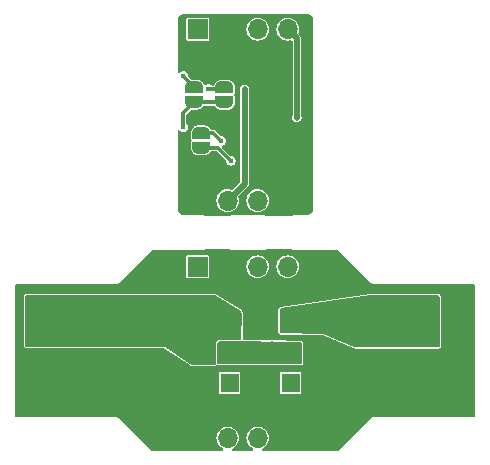
<source format=gbr>
%TF.GenerationSoftware,KiCad,Pcbnew,8.99.0-2194-gb3b7cbcab2*%
%TF.CreationDate,2024-10-21T01:16:46-04:00*%
%TF.ProjectId,shield,73686965-6c64-42e6-9b69-6361645f7063,V1.0*%
%TF.SameCoordinates,Original*%
%TF.FileFunction,Copper,L2,Bot*%
%TF.FilePolarity,Positive*%
%FSLAX46Y46*%
G04 Gerber Fmt 4.6, Leading zero omitted, Abs format (unit mm)*
G04 Created by KiCad (PCBNEW 8.99.0-2194-gb3b7cbcab2) date 2024-10-21 01:16:46*
%MOMM*%
%LPD*%
G01*
G04 APERTURE LIST*
G04 Aperture macros list*
%AMFreePoly0*
4,1,19,0.500000,-0.750000,0.000000,-0.750000,0.000000,-0.744911,-0.071157,-0.744911,-0.207708,-0.704816,-0.327430,-0.627875,-0.420627,-0.520320,-0.479746,-0.390866,-0.500000,-0.250000,-0.500000,0.250000,-0.479746,0.390866,-0.420627,0.520320,-0.327430,0.627875,-0.207708,0.704816,-0.071157,0.744911,0.000000,0.744911,0.000000,0.750000,0.500000,0.750000,0.500000,-0.750000,0.500000,-0.750000,
$1*%
%AMFreePoly1*
4,1,19,0.000000,0.744911,0.071157,0.744911,0.207708,0.704816,0.327430,0.627875,0.420627,0.520320,0.479746,0.390866,0.500000,0.250000,0.500000,-0.250000,0.479746,-0.390866,0.420627,-0.520320,0.327430,-0.627875,0.207708,-0.704816,0.071157,-0.744911,0.000000,-0.744911,0.000000,-0.750000,-0.500000,-0.750000,-0.500000,0.750000,0.000000,0.750000,0.000000,0.744911,0.000000,0.744911,
$1*%
G04 Aperture macros list end*
%TA.AperFunction,ComponentPad*%
%ADD10R,1.625600X1.625600*%
%TD*%
%TA.AperFunction,ComponentPad*%
%ADD11C,1.625600*%
%TD*%
%TA.AperFunction,ComponentPad*%
%ADD12R,1.700000X1.700000*%
%TD*%
%TA.AperFunction,ComponentPad*%
%ADD13O,1.700000X1.700000*%
%TD*%
%TA.AperFunction,SMDPad,CuDef*%
%ADD14FreePoly0,270.000000*%
%TD*%
%TA.AperFunction,SMDPad,CuDef*%
%ADD15FreePoly1,270.000000*%
%TD*%
%TA.AperFunction,ComponentPad*%
%ADD16R,2.600000X2.600000*%
%TD*%
%TA.AperFunction,ComponentPad*%
%ADD17C,2.600000*%
%TD*%
%TA.AperFunction,ViaPad*%
%ADD18C,0.800000*%
%TD*%
%TA.AperFunction,ViaPad*%
%ADD19C,0.450000*%
%TD*%
%TA.AperFunction,Conductor*%
%ADD20C,0.300000*%
%TD*%
%TA.AperFunction,Conductor*%
%ADD21C,0.500000*%
%TD*%
G04 APERTURE END LIST*
D10*
%TO.P,Q1,1,G*%
%TO.N,/DGATE*%
X147778085Y-118510283D03*
D11*
%TO.P,Q1,2,D*%
%TO.N,/C*%
X147778085Y-115970283D03*
%TO.P,Q1,3,S*%
%TO.N,VCC*%
X147778085Y-113430283D03*
%TD*%
D12*
%TO.P,J6,1,Pin_1*%
%TO.N,GND*%
X145078085Y-123160283D03*
D13*
%TO.P,J6,2,Pin_2*%
%TO.N,/DGATE*%
X147618085Y-123160283D03*
%TO.P,J6,3,Pin_3*%
%TO.N,/HGATE*%
X150158085Y-123160283D03*
%TO.P,J6,4,Pin_4*%
%TO.N,GND*%
X152698085Y-123160283D03*
%TD*%
D10*
%TO.P,Q2,1,G*%
%TO.N,/HGATE*%
X152938085Y-118500283D03*
D11*
%TO.P,Q2,2,D*%
%TO.N,/C*%
X152938085Y-115960283D03*
%TO.P,Q2,3,S*%
%TO.N,VCC_PROTECTED*%
X152938085Y-113420283D03*
%TD*%
D12*
%TO.P,J4,1,Pin_1*%
%TO.N,GND*%
X145078085Y-103060283D03*
D13*
%TO.P,J4,2,Pin_2*%
%TO.N,/DGATE*%
X147618085Y-103060283D03*
%TO.P,J4,3,Pin_3*%
%TO.N,/HGATE*%
X150158085Y-103060283D03*
%TO.P,J4,4,Pin_4*%
%TO.N,GND*%
X152698085Y-103060283D03*
%TD*%
D12*
%TO.P,J5,1,Pin_1*%
%TO.N,VCC*%
X145078085Y-108660283D03*
D13*
%TO.P,J5,2,Pin_2*%
%TO.N,GND*%
X147618085Y-108660283D03*
%TO.P,J5,3,Pin_3*%
%TO.N,/C*%
X150158085Y-108660283D03*
%TO.P,J5,4,Pin_4*%
%TO.N,VCC_PROTECTED*%
X152698085Y-108660283D03*
%TD*%
D12*
%TO.P,J3,1,Pin_1*%
%TO.N,VCC*%
X145078085Y-88560283D03*
D13*
%TO.P,J3,2,Pin_2*%
%TO.N,GND*%
X147618085Y-88560283D03*
%TO.P,J3,3,Pin_3*%
%TO.N,/C*%
X150158085Y-88560283D03*
%TO.P,J3,4,Pin_4*%
%TO.N,VCC_PROTECTED*%
X152698085Y-88560283D03*
%TD*%
D14*
%TO.P,JP1,1,A*%
%TO.N,Net-(JP1-A)*%
X147348085Y-93450283D03*
D15*
%TO.P,JP1,2,B*%
%TO.N,/OV*%
X147348085Y-94750283D03*
%TD*%
D16*
%TO.P,J2,1,Pin_1*%
%TO.N,GND*%
X163778085Y-118260283D03*
D17*
%TO.P,J2,2,Pin_2*%
%TO.N,VCC_PROTECTED*%
X163778085Y-113180283D03*
%TD*%
D14*
%TO.P,JP2,1,A*%
%TO.N,Net-(JP2-A)*%
X144758085Y-93440283D03*
D15*
%TO.P,JP2,2,B*%
%TO.N,/OV*%
X144758085Y-94740283D03*
%TD*%
D14*
%TO.P,JP3,1,A*%
%TO.N,Net-(JP3-A)*%
X145376085Y-97315283D03*
D15*
%TO.P,JP3,2,B*%
%TO.N,/EN{slash}UVLO*%
X145376085Y-98615283D03*
%TD*%
D16*
%TO.P,J1,1,Pin_1*%
%TO.N,VCC*%
X131988085Y-113230283D03*
D17*
%TO.P,J1,2,Pin_2*%
%TO.N,GND*%
X131988085Y-118310283D03*
%TD*%
D18*
%TO.N,GND*%
X157998085Y-116240283D03*
D19*
X156948085Y-109350283D03*
D18*
X168118085Y-112130283D03*
X141888085Y-119220283D03*
X141878085Y-117230283D03*
X134738085Y-117260283D03*
X140088085Y-117250283D03*
X143638085Y-119230283D03*
X166408085Y-119250283D03*
X154658085Y-116720283D03*
X166388085Y-117350283D03*
X156458085Y-115910283D03*
X143658085Y-117230283D03*
D19*
X152538085Y-92630283D03*
D18*
X156588085Y-119310283D03*
X136528085Y-117240283D03*
D19*
X146328085Y-99830283D03*
D18*
X143638085Y-121010283D03*
X130168085Y-116250283D03*
X168088085Y-119280283D03*
X161458085Y-120110283D03*
D19*
X145598085Y-100330283D03*
D18*
X130108085Y-120110283D03*
X168088085Y-117350283D03*
X134738085Y-118410283D03*
X158038085Y-117740283D03*
X159748085Y-118380283D03*
X159858085Y-120110283D03*
X151238085Y-114300283D03*
X151218085Y-112260283D03*
X162958085Y-116310283D03*
X138308085Y-117240283D03*
D19*
X153878085Y-99650283D03*
D18*
X159438085Y-116620283D03*
X158308085Y-119640283D03*
X166358085Y-114150283D03*
X134718085Y-120140283D03*
X143658085Y-122800283D03*
X148584085Y-110970283D03*
X155608085Y-117950283D03*
X140078085Y-120970283D03*
X154558085Y-115020283D03*
D19*
X147218085Y-92070283D03*
D18*
X141868085Y-120950283D03*
X151278085Y-110400283D03*
D19*
X152118085Y-97280283D03*
D18*
X140098085Y-119240283D03*
X168138085Y-114180283D03*
X166408085Y-112130283D03*
X161428085Y-118440283D03*
%TO.N,VCC*%
X134738085Y-113280283D03*
X136508085Y-114990283D03*
X140278085Y-115020283D03*
X143848085Y-115000283D03*
X134728085Y-111470283D03*
X145478085Y-114060283D03*
X142078085Y-111470283D03*
X134718085Y-115010283D03*
X142088085Y-113280283D03*
X140308085Y-113280283D03*
X145498085Y-115850283D03*
X140298085Y-111470283D03*
X142068085Y-115000283D03*
X145478085Y-112280283D03*
X143828085Y-113190283D03*
X138288085Y-114990283D03*
D19*
%TO.N,Net-(JP1-A)*%
X145958085Y-93590283D03*
D18*
%TO.N,/C*%
X149308085Y-116510283D03*
X149308085Y-115410283D03*
X151398085Y-116500283D03*
X150348085Y-115410283D03*
X151388085Y-115410283D03*
X150378085Y-116510283D03*
D19*
%TO.N,Net-(JP2-A)*%
X143868085Y-92490283D03*
%TO.N,VCC_PROTECTED*%
X153468085Y-96030283D03*
D18*
X158198085Y-114900283D03*
X160238085Y-111450283D03*
X155948085Y-113640283D03*
X158848085Y-113400283D03*
X154478085Y-113660283D03*
X161828085Y-111460283D03*
X161828085Y-112980283D03*
X158588085Y-111640283D03*
X157408085Y-113660283D03*
X154288085Y-112320283D03*
X159528085Y-115020283D03*
X160238085Y-113010283D03*
D19*
%TO.N,/OV*%
X143866085Y-96845283D03*
%TO.N,Net-(JP3-A)*%
X147056085Y-98005283D03*
%TO.N,/EN{slash}UVLO*%
X147876085Y-99685283D03*
%TO.N,/DGATE*%
X149046085Y-93625283D03*
%TD*%
D20*
%TO.N,Net-(JP1-A)*%
X145958085Y-93590283D02*
X147208085Y-93590283D01*
X147208085Y-93590283D02*
X147348085Y-93450283D01*
%TO.N,Net-(JP2-A)*%
X143868085Y-92550283D02*
X144758085Y-93440283D01*
X143868085Y-92490283D02*
X143868085Y-92550283D01*
D21*
%TO.N,VCC_PROTECTED*%
X152698085Y-88560283D02*
X153468085Y-89330283D01*
X153468085Y-89330283D02*
X153468085Y-96030283D01*
D20*
%TO.N,/OV*%
X143866085Y-96845283D02*
X143866085Y-95632283D01*
X143866085Y-95632283D02*
X144758085Y-94740283D01*
X144768085Y-94750283D02*
X144758085Y-94740283D01*
X147348085Y-94750283D02*
X144768085Y-94750283D01*
%TO.N,Net-(JP3-A)*%
X147056085Y-98005283D02*
X146366085Y-97315283D01*
X146366085Y-97315283D02*
X145376085Y-97315283D01*
%TO.N,/EN{slash}UVLO*%
X146806085Y-98615283D02*
X147876085Y-99685283D01*
X145376085Y-98615283D02*
X146806085Y-98615283D01*
D21*
%TO.N,/DGATE*%
X147618085Y-103060283D02*
X149046085Y-101632283D01*
X149046085Y-101632283D02*
X149046085Y-93625283D01*
%TD*%
%TA.AperFunction,Conductor*%
%TO.N,GND*%
G36*
X147682218Y-107147231D02*
G01*
X147719643Y-107153297D01*
X147936717Y-107223832D01*
X148169988Y-107260782D01*
X148212193Y-107260782D01*
X148222190Y-107260782D01*
X148222193Y-107260783D01*
X148288077Y-107260783D01*
X148353970Y-107260784D01*
X148353974Y-107260783D01*
X150376680Y-107260783D01*
X150376792Y-107260816D01*
X150428077Y-107260816D01*
X150428077Y-107260817D01*
X150546172Y-107260819D01*
X150779453Y-107223874D01*
X150924455Y-107176761D01*
X150963650Y-107170696D01*
X152978779Y-107185105D01*
X153016203Y-107191171D01*
X153116717Y-107223832D01*
X153116716Y-107223832D01*
X153233352Y-107242307D01*
X153349988Y-107260782D01*
X153392193Y-107260782D01*
X153402190Y-107260782D01*
X153402193Y-107260783D01*
X153468077Y-107260783D01*
X153533970Y-107260784D01*
X153533974Y-107260783D01*
X156412193Y-107260783D01*
X156919409Y-107260783D01*
X156986448Y-107280468D01*
X157007090Y-107297102D01*
X159673244Y-109963255D01*
X159673254Y-109963266D01*
X159677584Y-109967596D01*
X159677585Y-109967597D01*
X159770771Y-110060783D01*
X159884899Y-110126675D01*
X160012192Y-110160783D01*
X160012193Y-110160783D01*
X168453585Y-110160783D01*
X168520624Y-110180468D01*
X168566379Y-110233272D01*
X168577585Y-110284783D01*
X168577585Y-121235783D01*
X168557900Y-121302822D01*
X168505096Y-121348577D01*
X168453585Y-121359783D01*
X160012192Y-121359783D01*
X159884897Y-121393891D01*
X159770771Y-121459783D01*
X159770768Y-121459785D01*
X157007090Y-124223464D01*
X156945767Y-124256949D01*
X156919409Y-124259783D01*
X150633662Y-124259783D01*
X150566623Y-124240098D01*
X150520868Y-124187294D01*
X150510924Y-124118136D01*
X150539949Y-124054580D01*
X150575206Y-124026426D01*
X150694292Y-123962773D01*
X150840547Y-123842745D01*
X150960575Y-123696490D01*
X151049765Y-123529629D01*
X151104687Y-123348574D01*
X151123232Y-123160283D01*
X151104687Y-122971992D01*
X151049765Y-122790937D01*
X150960575Y-122624076D01*
X150960572Y-122624072D01*
X150840547Y-122477820D01*
X150694295Y-122357795D01*
X150694293Y-122357794D01*
X150694292Y-122357793D01*
X150527431Y-122268603D01*
X150436903Y-122241142D01*
X150346374Y-122213680D01*
X150158085Y-122195136D01*
X149969795Y-122213680D01*
X149788736Y-122268604D01*
X149621874Y-122357795D01*
X149475622Y-122477820D01*
X149355597Y-122624072D01*
X149266406Y-122790934D01*
X149211482Y-122971993D01*
X149192938Y-123160283D01*
X149211482Y-123348572D01*
X149266406Y-123529631D01*
X149355597Y-123696493D01*
X149475622Y-123842745D01*
X149621874Y-123962770D01*
X149621878Y-123962773D01*
X149740962Y-124026425D01*
X149790806Y-124075388D01*
X149806266Y-124143526D01*
X149782434Y-124209205D01*
X149726876Y-124251574D01*
X149682508Y-124259783D01*
X148093662Y-124259783D01*
X148026623Y-124240098D01*
X147980868Y-124187294D01*
X147970924Y-124118136D01*
X147999949Y-124054580D01*
X148035206Y-124026426D01*
X148154292Y-123962773D01*
X148300547Y-123842745D01*
X148420575Y-123696490D01*
X148509765Y-123529629D01*
X148564687Y-123348574D01*
X148583232Y-123160283D01*
X148564687Y-122971992D01*
X148509765Y-122790937D01*
X148420575Y-122624076D01*
X148420572Y-122624072D01*
X148300547Y-122477820D01*
X148154295Y-122357795D01*
X148154293Y-122357794D01*
X148154292Y-122357793D01*
X147987431Y-122268603D01*
X147896903Y-122241142D01*
X147806374Y-122213680D01*
X147618085Y-122195136D01*
X147429795Y-122213680D01*
X147248736Y-122268604D01*
X147081874Y-122357795D01*
X146935622Y-122477820D01*
X146815597Y-122624072D01*
X146726406Y-122790934D01*
X146671482Y-122971993D01*
X146652938Y-123160283D01*
X146671482Y-123348572D01*
X146726406Y-123529631D01*
X146815597Y-123696493D01*
X146935622Y-123842745D01*
X147081874Y-123962770D01*
X147081878Y-123962773D01*
X147200962Y-124026425D01*
X147250806Y-124075388D01*
X147266266Y-124143526D01*
X147242434Y-124209205D01*
X147186876Y-124251574D01*
X147142508Y-124259783D01*
X141236760Y-124259783D01*
X141169721Y-124240098D01*
X141149079Y-124223464D01*
X138385401Y-121459785D01*
X138385400Y-121459784D01*
X138385399Y-121459783D01*
X138328335Y-121426837D01*
X138271272Y-121393891D01*
X138207624Y-121376837D01*
X138143977Y-121359783D01*
X138143976Y-121359783D01*
X129702585Y-121359783D01*
X129635546Y-121340098D01*
X129589791Y-121287294D01*
X129578585Y-121235783D01*
X129578585Y-117686594D01*
X146854785Y-117686594D01*
X146854785Y-119333971D01*
X146861194Y-119366195D01*
X146861196Y-119366198D01*
X146885618Y-119402749D01*
X146907203Y-119417171D01*
X146916797Y-119423582D01*
X146922169Y-119427171D01*
X146922172Y-119427173D01*
X146954396Y-119433582D01*
X146954400Y-119433583D01*
X146954401Y-119433583D01*
X148601770Y-119433583D01*
X148601771Y-119433582D01*
X148612610Y-119431426D01*
X148633997Y-119427173D01*
X148633997Y-119427172D01*
X148634000Y-119427172D01*
X148670551Y-119402749D01*
X148694974Y-119366198D01*
X148701385Y-119333967D01*
X148701385Y-117686599D01*
X148701384Y-117686594D01*
X148701384Y-117686591D01*
X148699396Y-117676594D01*
X152014785Y-117676594D01*
X152014785Y-119323971D01*
X152021194Y-119356195D01*
X152021196Y-119356198D01*
X152045618Y-119392749D01*
X152082169Y-119417171D01*
X152082172Y-119417173D01*
X152114396Y-119423582D01*
X152114400Y-119423583D01*
X152114401Y-119423583D01*
X153761770Y-119423583D01*
X153761771Y-119423582D01*
X153772610Y-119421426D01*
X153793997Y-119417173D01*
X153793997Y-119417172D01*
X153794000Y-119417172D01*
X153830551Y-119392749D01*
X153854974Y-119356198D01*
X153861385Y-119323967D01*
X153861385Y-117676599D01*
X153861326Y-117676304D01*
X153854975Y-117644370D01*
X153854973Y-117644367D01*
X153830551Y-117607816D01*
X153794000Y-117583394D01*
X153793997Y-117583392D01*
X153761773Y-117576983D01*
X153761769Y-117576983D01*
X152114401Y-117576983D01*
X152114396Y-117576983D01*
X152082172Y-117583392D01*
X152082169Y-117583394D01*
X152045618Y-117607816D01*
X152021196Y-117644367D01*
X152021194Y-117644370D01*
X152014785Y-117676594D01*
X148699396Y-117676594D01*
X148694975Y-117654370D01*
X148694973Y-117654367D01*
X148670551Y-117617816D01*
X148634000Y-117593394D01*
X148633997Y-117593392D01*
X148601773Y-117586983D01*
X148601769Y-117586983D01*
X146954401Y-117586983D01*
X146954396Y-117586983D01*
X146922172Y-117593392D01*
X146922169Y-117593394D01*
X146885618Y-117617816D01*
X146861196Y-117654367D01*
X146861194Y-117654370D01*
X146854785Y-117686594D01*
X129578585Y-117686594D01*
X129578585Y-111184286D01*
X130362585Y-111184286D01*
X130362585Y-115336291D01*
X130365224Y-115360830D01*
X130365225Y-115360838D01*
X130376431Y-115412346D01*
X130402002Y-115463431D01*
X130424879Y-115489832D01*
X130447757Y-115516234D01*
X130447759Y-115516235D01*
X130447760Y-115516236D01*
X130502500Y-115551416D01*
X130502500Y-115551417D01*
X130502503Y-115551418D01*
X130502505Y-115551419D01*
X130569544Y-115571104D01*
X130602085Y-115575783D01*
X142206479Y-115575783D01*
X142273518Y-115595468D01*
X142274542Y-115596132D01*
X144146914Y-116825630D01*
X144146913Y-116825630D01*
X144513161Y-117066127D01*
X144514089Y-117066729D01*
X144514103Y-117066738D01*
X144516135Y-117068044D01*
X144547113Y-117082012D01*
X144614339Y-117101049D01*
X144646922Y-117105414D01*
X146466843Y-117087872D01*
X146502972Y-117087524D01*
X146503295Y-117087516D01*
X146506224Y-117087446D01*
X146513201Y-117087182D01*
X146548606Y-117080201D01*
X146548610Y-117080199D01*
X146548612Y-117080199D01*
X146572328Y-117071499D01*
X146614202Y-117056142D01*
X146614203Y-117056142D01*
X146666514Y-117017426D01*
X146667207Y-117016509D01*
X146675041Y-117011329D01*
X146705432Y-117001970D01*
X146735272Y-116991026D01*
X146739469Y-116991489D01*
X146741817Y-116990767D01*
X146747628Y-116992390D01*
X146778424Y-116995792D01*
X146820756Y-117008241D01*
X146853294Y-117012933D01*
X149211194Y-117013885D01*
X149234686Y-117020783D01*
X149381484Y-117020783D01*
X149404709Y-117013963D01*
X150264868Y-117014309D01*
X150299752Y-117019334D01*
X150304686Y-117020783D01*
X150304688Y-117020783D01*
X150451483Y-117020783D01*
X150451484Y-117020783D01*
X150456105Y-117019425D01*
X150491094Y-117014401D01*
X153783988Y-117015732D01*
X153808565Y-117013097D01*
X153860126Y-117001891D01*
X153911232Y-116976315D01*
X153964036Y-116930560D01*
X153999218Y-116875816D01*
X153999219Y-116875816D01*
X153999219Y-116875814D01*
X153999221Y-116875812D01*
X154018906Y-116808773D01*
X154023585Y-116776232D01*
X154023585Y-115153592D01*
X154021013Y-115129355D01*
X154010093Y-115078474D01*
X153984875Y-115027563D01*
X153939416Y-114974505D01*
X153939413Y-114974502D01*
X153884867Y-114939016D01*
X153884864Y-114939014D01*
X153817939Y-114918956D01*
X153801680Y-114916526D01*
X153785423Y-114914096D01*
X153739270Y-114913838D01*
X151479623Y-114901213D01*
X151479623Y-114901212D01*
X151466096Y-114901136D01*
X151461484Y-114899783D01*
X151314686Y-114899783D01*
X151312981Y-114900282D01*
X151302064Y-114900222D01*
X151302063Y-114900221D01*
X151302063Y-114900222D01*
X149016426Y-114887452D01*
X148949498Y-114867393D01*
X148904039Y-114814334D01*
X148893124Y-114762347D01*
X148898341Y-114178066D01*
X148898355Y-114176494D01*
X151903172Y-114176494D01*
X151904397Y-114188600D01*
X151905623Y-114200712D01*
X151916276Y-114251584D01*
X151941220Y-114302597D01*
X151986400Y-114355894D01*
X152040765Y-114391670D01*
X152107587Y-114412080D01*
X152140074Y-114417111D01*
X155659696Y-114455263D01*
X155706581Y-114465020D01*
X158228251Y-115529726D01*
X158228250Y-115529726D01*
X158275446Y-115549652D01*
X158340031Y-115576922D01*
X158362038Y-115583721D01*
X158362046Y-115583722D01*
X158362055Y-115583725D01*
X158408572Y-115593142D01*
X158410271Y-115593486D01*
X158433190Y-115595783D01*
X158433195Y-115595783D01*
X165434078Y-115595783D01*
X165434085Y-115595783D01*
X165458637Y-115593143D01*
X165510148Y-115581937D01*
X165561232Y-115556366D01*
X165614036Y-115510611D01*
X165649218Y-115455867D01*
X165649219Y-115455867D01*
X165649219Y-115455865D01*
X165649221Y-115455863D01*
X165668906Y-115388824D01*
X165673585Y-115356283D01*
X165673585Y-111203861D01*
X165670987Y-111179502D01*
X165659956Y-111128374D01*
X165634600Y-111077394D01*
X165589025Y-111024435D01*
X165561710Y-111006749D01*
X165534395Y-110989063D01*
X165534392Y-110989062D01*
X165467435Y-110969154D01*
X165467420Y-110969150D01*
X165434903Y-110964363D01*
X165434899Y-110964362D01*
X161927920Y-110952433D01*
X161927920Y-110952432D01*
X161910302Y-110952372D01*
X161901484Y-110949783D01*
X161754686Y-110949783D01*
X161747743Y-110951820D01*
X161731596Y-110951766D01*
X161731595Y-110951765D01*
X161731595Y-110951766D01*
X160353745Y-110947079D01*
X160319237Y-110942059D01*
X160311484Y-110939783D01*
X160164686Y-110939783D01*
X160164684Y-110939783D01*
X160164680Y-110939784D01*
X160159588Y-110941279D01*
X160124243Y-110946298D01*
X159687879Y-110944814D01*
X159681823Y-110945022D01*
X159679139Y-110945115D01*
X159660468Y-110946466D01*
X159660459Y-110946466D01*
X159660445Y-110946468D01*
X159651797Y-110947423D01*
X152116269Y-112070364D01*
X152100746Y-112073785D01*
X152100734Y-112073788D01*
X152100727Y-112073790D01*
X152078989Y-112080178D01*
X152068036Y-112083397D01*
X152025383Y-112106563D01*
X151972363Y-112152064D01*
X151972362Y-112152065D01*
X151936917Y-112206643D01*
X151936916Y-112206645D01*
X151916912Y-112273589D01*
X151912080Y-112306099D01*
X151912078Y-112306114D01*
X151903172Y-114176494D01*
X148898355Y-114176494D01*
X148912950Y-112541783D01*
X148912563Y-112538172D01*
X148910113Y-112515289D01*
X148897584Y-112459857D01*
X148870291Y-112407519D01*
X148823226Y-112355879D01*
X148797847Y-112334980D01*
X146567745Y-110979616D01*
X146567741Y-110979614D01*
X146567739Y-110979613D01*
X146538907Y-110967097D01*
X146538909Y-110967097D01*
X146484160Y-110951766D01*
X146474504Y-110949062D01*
X146474503Y-110949061D01*
X146474500Y-110949061D01*
X146474495Y-110949060D01*
X146443363Y-110944783D01*
X146443359Y-110944783D01*
X130602085Y-110944783D01*
X130602076Y-110944783D01*
X130577537Y-110947422D01*
X130577529Y-110947423D01*
X130526021Y-110958629D01*
X130474936Y-110984200D01*
X130422134Y-111029955D01*
X130422131Y-111029958D01*
X130386951Y-111084698D01*
X130386950Y-111084698D01*
X130367265Y-111151736D01*
X130367264Y-111151741D01*
X130367264Y-111151742D01*
X130363273Y-111179502D01*
X130362585Y-111184286D01*
X129578585Y-111184286D01*
X129578585Y-110284783D01*
X129598270Y-110217744D01*
X129651074Y-110171989D01*
X129702585Y-110160783D01*
X138143975Y-110160783D01*
X138143977Y-110160783D01*
X138271271Y-110126675D01*
X138385399Y-110060783D01*
X140646786Y-107799394D01*
X144117585Y-107799394D01*
X144117585Y-109521171D01*
X144123994Y-109553395D01*
X144123996Y-109553398D01*
X144148418Y-109589949D01*
X144184969Y-109614371D01*
X144184972Y-109614373D01*
X144217196Y-109620782D01*
X144217200Y-109620783D01*
X144217201Y-109620783D01*
X145938970Y-109620783D01*
X145938971Y-109620782D01*
X145949810Y-109618626D01*
X145971197Y-109614373D01*
X145971197Y-109614372D01*
X145971200Y-109614372D01*
X146007751Y-109589949D01*
X146032174Y-109553398D01*
X146032460Y-109551963D01*
X146038584Y-109521171D01*
X146038585Y-109521168D01*
X146038585Y-108660283D01*
X149192938Y-108660283D01*
X149211482Y-108848572D01*
X149211483Y-108848574D01*
X149266405Y-109029629D01*
X149335974Y-109159783D01*
X149355597Y-109196493D01*
X149475622Y-109342745D01*
X149621874Y-109462770D01*
X149621878Y-109462773D01*
X149788739Y-109551963D01*
X149969794Y-109606885D01*
X150158085Y-109625430D01*
X150346376Y-109606885D01*
X150527431Y-109551963D01*
X150694292Y-109462773D01*
X150840547Y-109342745D01*
X150960575Y-109196490D01*
X151049765Y-109029629D01*
X151104687Y-108848574D01*
X151123232Y-108660283D01*
X151732938Y-108660283D01*
X151751482Y-108848572D01*
X151751483Y-108848574D01*
X151806405Y-109029629D01*
X151875974Y-109159783D01*
X151895597Y-109196493D01*
X152015622Y-109342745D01*
X152161874Y-109462770D01*
X152161878Y-109462773D01*
X152328739Y-109551963D01*
X152509794Y-109606885D01*
X152698085Y-109625430D01*
X152886376Y-109606885D01*
X153067431Y-109551963D01*
X153234292Y-109462773D01*
X153380547Y-109342745D01*
X153500575Y-109196490D01*
X153589765Y-109029629D01*
X153644687Y-108848574D01*
X153663232Y-108660283D01*
X153644687Y-108471992D01*
X153589765Y-108290937D01*
X153500575Y-108124076D01*
X153500572Y-108124072D01*
X153380547Y-107977820D01*
X153234295Y-107857795D01*
X153234293Y-107857794D01*
X153234292Y-107857793D01*
X153067431Y-107768603D01*
X152942204Y-107730616D01*
X152886374Y-107713680D01*
X152698085Y-107695136D01*
X152509795Y-107713680D01*
X152328736Y-107768604D01*
X152161874Y-107857795D01*
X152015622Y-107977820D01*
X151895597Y-108124072D01*
X151806406Y-108290934D01*
X151751482Y-108471993D01*
X151732938Y-108660283D01*
X151123232Y-108660283D01*
X151104687Y-108471992D01*
X151049765Y-108290937D01*
X150960575Y-108124076D01*
X150960572Y-108124072D01*
X150840547Y-107977820D01*
X150694295Y-107857795D01*
X150694293Y-107857794D01*
X150694292Y-107857793D01*
X150527431Y-107768603D01*
X150402204Y-107730616D01*
X150346374Y-107713680D01*
X150158085Y-107695136D01*
X149969795Y-107713680D01*
X149788736Y-107768604D01*
X149621874Y-107857795D01*
X149475622Y-107977820D01*
X149355597Y-108124072D01*
X149266406Y-108290934D01*
X149211482Y-108471993D01*
X149192938Y-108660283D01*
X146038585Y-108660283D01*
X146038585Y-107799398D01*
X146038584Y-107799394D01*
X146032175Y-107767170D01*
X146032173Y-107767167D01*
X146007751Y-107730616D01*
X145971200Y-107706194D01*
X145971197Y-107706192D01*
X145938973Y-107699783D01*
X145938969Y-107699783D01*
X144217201Y-107699783D01*
X144217196Y-107699783D01*
X144184972Y-107706192D01*
X144184969Y-107706194D01*
X144148418Y-107730616D01*
X144123996Y-107767167D01*
X144123994Y-107767170D01*
X144117585Y-107799394D01*
X140646786Y-107799394D01*
X141149079Y-107297101D01*
X141210402Y-107263617D01*
X141236760Y-107260783D01*
X141312193Y-107260783D01*
X145327338Y-107260783D01*
X145347356Y-107262409D01*
X145362315Y-107264856D01*
X145393163Y-107261771D01*
X145396899Y-107261398D01*
X145396993Y-107261389D01*
X145403101Y-107260783D01*
X145443977Y-107260783D01*
X145467991Y-107254348D01*
X145542039Y-107246988D01*
X145542040Y-107246988D01*
X145596073Y-107233089D01*
X145764243Y-107189834D01*
X145870096Y-107144598D01*
X145919701Y-107134628D01*
X147682218Y-107147231D01*
G37*
%TD.AperFunction*%
%TA.AperFunction,Conductor*%
G36*
X154365046Y-87261630D02*
G01*
X154455352Y-87271804D01*
X154482418Y-87277981D01*
X154561620Y-87305695D01*
X154586636Y-87317742D01*
X154657680Y-87362384D01*
X154679381Y-87379690D01*
X154738716Y-87439026D01*
X154756026Y-87460733D01*
X154800663Y-87531776D01*
X154812711Y-87556796D01*
X154840420Y-87635993D01*
X154846598Y-87663064D01*
X154856805Y-87753686D01*
X154857584Y-87767563D01*
X154857584Y-87778649D01*
X154857582Y-87826216D01*
X154857584Y-87826226D01*
X154857585Y-87834498D01*
X154857585Y-103808850D01*
X154856806Y-103822728D01*
X154853675Y-103850527D01*
X154847497Y-103877598D01*
X154819792Y-103956786D01*
X154807745Y-103981806D01*
X154763112Y-104052844D01*
X154745799Y-104074554D01*
X154686475Y-104133881D01*
X154664765Y-104151195D01*
X154593724Y-104195834D01*
X154568706Y-104207882D01*
X154489520Y-104235591D01*
X154462449Y-104241770D01*
X154400358Y-104248766D01*
X154372017Y-104251959D01*
X154358136Y-104252739D01*
X154296179Y-104252739D01*
X154287618Y-104253332D01*
X153462324Y-104259813D01*
X153461351Y-104259817D01*
X153349988Y-104259817D01*
X153116721Y-104296766D01*
X153032250Y-104324214D01*
X152993931Y-104330283D01*
X150902373Y-104330283D01*
X150864056Y-104324214D01*
X150779454Y-104296726D01*
X150546172Y-104259781D01*
X150428077Y-104259783D01*
X150302738Y-104259783D01*
X150235699Y-104240098D01*
X150189944Y-104187294D01*
X150180000Y-104118136D01*
X150209025Y-104054580D01*
X150267803Y-104016806D01*
X150290584Y-104012380D01*
X150346376Y-104006885D01*
X150527431Y-103951963D01*
X150694292Y-103862773D01*
X150840547Y-103742745D01*
X150960575Y-103596490D01*
X151049765Y-103429629D01*
X151104687Y-103248574D01*
X151123232Y-103060283D01*
X151104687Y-102871992D01*
X151049765Y-102690937D01*
X150960575Y-102524076D01*
X150960572Y-102524072D01*
X150840547Y-102377820D01*
X150694295Y-102257795D01*
X150694293Y-102257794D01*
X150694292Y-102257793D01*
X150527431Y-102168603D01*
X150436903Y-102141142D01*
X150346374Y-102113680D01*
X150158085Y-102095136D01*
X149969795Y-102113680D01*
X149788736Y-102168604D01*
X149621874Y-102257795D01*
X149475622Y-102377820D01*
X149355597Y-102524072D01*
X149266406Y-102690934D01*
X149211482Y-102871993D01*
X149192938Y-103060283D01*
X149211482Y-103248572D01*
X149266406Y-103429631D01*
X149355597Y-103596493D01*
X149475622Y-103742745D01*
X149619141Y-103860527D01*
X149621878Y-103862773D01*
X149788739Y-103951963D01*
X149969794Y-104006885D01*
X150025586Y-104012380D01*
X150090373Y-104038541D01*
X150130732Y-104095575D01*
X150133849Y-104165375D01*
X150098735Y-104225780D01*
X150036537Y-104257611D01*
X150013432Y-104259783D01*
X148353974Y-104259783D01*
X148353970Y-104259782D01*
X148288077Y-104259783D01*
X148214462Y-104259783D01*
X148213932Y-104259817D01*
X148169988Y-104259817D01*
X147936721Y-104296766D01*
X147852250Y-104324214D01*
X147813931Y-104330283D01*
X145768547Y-104330283D01*
X145731407Y-104324590D01*
X145619586Y-104289486D01*
X145489070Y-104269482D01*
X145392796Y-104254727D01*
X145392794Y-104254727D01*
X145392788Y-104254726D01*
X145281105Y-104254793D01*
X145281100Y-104254793D01*
X145278078Y-104254795D01*
X145212185Y-104254796D01*
X145196566Y-104258980D01*
X145183367Y-104259634D01*
X145181608Y-104259210D01*
X145177239Y-104259786D01*
X143883168Y-104259845D01*
X143869279Y-104259065D01*
X143779137Y-104248909D01*
X143752067Y-104242730D01*
X143672870Y-104215018D01*
X143647852Y-104202969D01*
X143576805Y-104158325D01*
X143555095Y-104141011D01*
X143547965Y-104133881D01*
X143495769Y-104081681D01*
X143478457Y-104059971D01*
X143433819Y-103988924D01*
X143421772Y-103963906D01*
X143394063Y-103884708D01*
X143387885Y-103857636D01*
X143377677Y-103767001D01*
X143376899Y-103753134D01*
X143376903Y-103694481D01*
X143376899Y-103694466D01*
X143376899Y-103060283D01*
X146652938Y-103060283D01*
X146671482Y-103248572D01*
X146726406Y-103429631D01*
X146815597Y-103596493D01*
X146935622Y-103742745D01*
X147079141Y-103860527D01*
X147081878Y-103862773D01*
X147248739Y-103951963D01*
X147429794Y-104006885D01*
X147618085Y-104025430D01*
X147806376Y-104006885D01*
X147987431Y-103951963D01*
X148154292Y-103862773D01*
X148300547Y-103742745D01*
X148420575Y-103596490D01*
X148509765Y-103429629D01*
X148564687Y-103248574D01*
X148583232Y-103060283D01*
X148564687Y-102871992D01*
X148528426Y-102752457D01*
X148527804Y-102682592D01*
X148559405Y-102628785D01*
X149334557Y-101853635D01*
X149382018Y-101771431D01*
X149406585Y-101679744D01*
X149406585Y-101584822D01*
X149406585Y-93829707D01*
X149420100Y-93773413D01*
X149431731Y-93750587D01*
X149451577Y-93625283D01*
X149451577Y-93625279D01*
X149431732Y-93499982D01*
X149431732Y-93499981D01*
X149431731Y-93499979D01*
X149374135Y-93386941D01*
X149374131Y-93386937D01*
X149374130Y-93386935D01*
X149284432Y-93297237D01*
X149284429Y-93297235D01*
X149284427Y-93297233D01*
X149171389Y-93239637D01*
X149171388Y-93239636D01*
X149171385Y-93239635D01*
X149046088Y-93219791D01*
X149046082Y-93219791D01*
X148920784Y-93239635D01*
X148920783Y-93239635D01*
X148845422Y-93278034D01*
X148807743Y-93297233D01*
X148807742Y-93297234D01*
X148807737Y-93297237D01*
X148718039Y-93386935D01*
X148718036Y-93386940D01*
X148660437Y-93499981D01*
X148660437Y-93499982D01*
X148640593Y-93625279D01*
X148640593Y-93625286D01*
X148660437Y-93750583D01*
X148660438Y-93750586D01*
X148660439Y-93750587D01*
X148672069Y-93773413D01*
X148685585Y-93829707D01*
X148685585Y-101431596D01*
X148665900Y-101498635D01*
X148649266Y-101519277D01*
X148049583Y-102118960D01*
X147988260Y-102152445D01*
X147925907Y-102149940D01*
X147806374Y-102113680D01*
X147618085Y-102095136D01*
X147429795Y-102113680D01*
X147248736Y-102168604D01*
X147081874Y-102257795D01*
X146935622Y-102377820D01*
X146815597Y-102524072D01*
X146726406Y-102690934D01*
X146671482Y-102871993D01*
X146652938Y-103060283D01*
X143376899Y-103060283D01*
X143376899Y-97221852D01*
X143396584Y-97154813D01*
X143449388Y-97109058D01*
X143518546Y-97099114D01*
X143582102Y-97128139D01*
X143588580Y-97134171D01*
X143627737Y-97173328D01*
X143627739Y-97173329D01*
X143627743Y-97173333D01*
X143740781Y-97230929D01*
X143740782Y-97230929D01*
X143740784Y-97230930D01*
X143866082Y-97250775D01*
X143866085Y-97250775D01*
X143866088Y-97250775D01*
X143912728Y-97243388D01*
X144510585Y-97243388D01*
X144510585Y-97243394D01*
X144510585Y-97815283D01*
X144521023Y-97863263D01*
X144535509Y-97879981D01*
X144537030Y-97881736D01*
X144566054Y-97945292D01*
X144556110Y-98014451D01*
X144538297Y-98038246D01*
X144528920Y-98052837D01*
X144510585Y-98115282D01*
X144510585Y-98687177D01*
X144515263Y-98719706D01*
X144515266Y-98719720D01*
X144555768Y-98857659D01*
X144555770Y-98857664D01*
X144555771Y-98857667D01*
X144569427Y-98887571D01*
X144647159Y-99008525D01*
X144647162Y-99008528D01*
X144668686Y-99033369D01*
X144668685Y-99033369D01*
X144777341Y-99127519D01*
X144777345Y-99127521D01*
X144777349Y-99127525D01*
X144805004Y-99145297D01*
X144805009Y-99145300D01*
X144805010Y-99145301D01*
X144935777Y-99205020D01*
X144935780Y-99205020D01*
X144935789Y-99205025D01*
X144967332Y-99214287D01*
X144967334Y-99214287D01*
X144967336Y-99214288D01*
X145009771Y-99220388D01*
X145109647Y-99234749D01*
X145109648Y-99234749D01*
X145142519Y-99234749D01*
X145142522Y-99234749D01*
X145161329Y-99232044D01*
X145178975Y-99230783D01*
X145573195Y-99230783D01*
X145590840Y-99232044D01*
X145609648Y-99234749D01*
X145609651Y-99234749D01*
X145642522Y-99234749D01*
X145642523Y-99234749D01*
X145756757Y-99218324D01*
X145784833Y-99214288D01*
X145784833Y-99214287D01*
X145784838Y-99214287D01*
X145816381Y-99205025D01*
X145816392Y-99205020D01*
X145947159Y-99145301D01*
X145947160Y-99145300D01*
X145947161Y-99145299D01*
X145947166Y-99145297D01*
X145974821Y-99127525D01*
X146083482Y-99033371D01*
X146105011Y-99008525D01*
X146120384Y-98984602D01*
X146153713Y-98932744D01*
X146206516Y-98886989D01*
X146258028Y-98875783D01*
X146646821Y-98875783D01*
X146713860Y-98895468D01*
X146734502Y-98912102D01*
X147435123Y-99612723D01*
X147468608Y-99674046D01*
X147469915Y-99681006D01*
X147490437Y-99810584D01*
X147490439Y-99810587D01*
X147548035Y-99923625D01*
X147548037Y-99923627D01*
X147548039Y-99923630D01*
X147637737Y-100013328D01*
X147637739Y-100013329D01*
X147637743Y-100013333D01*
X147750781Y-100070929D01*
X147750782Y-100070929D01*
X147750784Y-100070930D01*
X147876082Y-100090775D01*
X147876085Y-100090775D01*
X147876088Y-100090775D01*
X148001385Y-100070930D01*
X148001386Y-100070930D01*
X148001387Y-100070929D01*
X148001389Y-100070929D01*
X148114427Y-100013333D01*
X148204135Y-99923625D01*
X148261731Y-99810587D01*
X148261731Y-99810585D01*
X148261732Y-99810584D01*
X148261732Y-99810583D01*
X148281577Y-99685286D01*
X148281577Y-99685279D01*
X148261732Y-99559982D01*
X148261732Y-99559981D01*
X148261731Y-99559979D01*
X148204135Y-99446941D01*
X148204131Y-99446937D01*
X148204130Y-99446935D01*
X148114432Y-99357237D01*
X148114429Y-99357235D01*
X148114427Y-99357233D01*
X148037602Y-99318088D01*
X148001386Y-99299635D01*
X147871808Y-99279113D01*
X147808674Y-99249184D01*
X147803525Y-99244321D01*
X147148873Y-98589669D01*
X147115388Y-98528346D01*
X147120372Y-98458654D01*
X147162244Y-98402721D01*
X147180260Y-98391503D01*
X147181385Y-98390929D01*
X147181389Y-98390929D01*
X147294427Y-98333333D01*
X147384135Y-98243625D01*
X147441731Y-98130587D01*
X147441731Y-98130585D01*
X147441732Y-98130584D01*
X147441732Y-98130583D01*
X147461577Y-98005286D01*
X147461577Y-98005279D01*
X147441732Y-97879982D01*
X147441732Y-97879981D01*
X147440584Y-97877728D01*
X147384135Y-97766941D01*
X147384131Y-97766937D01*
X147384130Y-97766935D01*
X147294432Y-97677237D01*
X147294429Y-97677235D01*
X147294427Y-97677233D01*
X147217602Y-97638088D01*
X147181386Y-97619635D01*
X147051808Y-97599113D01*
X146988674Y-97569184D01*
X146983525Y-97564321D01*
X146513647Y-97094443D01*
X146513646Y-97094442D01*
X146417902Y-97054783D01*
X146258028Y-97054783D01*
X146190989Y-97035098D01*
X146153713Y-96997822D01*
X146105019Y-96922053D01*
X146105016Y-96922050D01*
X146105011Y-96922041D01*
X146083483Y-96897196D01*
X146083484Y-96897196D01*
X145974828Y-96803046D01*
X145974823Y-96803042D01*
X145974821Y-96803041D01*
X145947166Y-96785269D01*
X145947160Y-96785265D01*
X145947159Y-96785264D01*
X145816392Y-96725545D01*
X145816385Y-96725543D01*
X145816381Y-96725541D01*
X145784838Y-96716279D01*
X145784835Y-96716278D01*
X145784833Y-96716277D01*
X145656882Y-96697881D01*
X145642523Y-96695817D01*
X145609648Y-96695817D01*
X145609646Y-96695817D01*
X145590841Y-96698521D01*
X145573195Y-96699783D01*
X145178975Y-96699783D01*
X145161329Y-96698521D01*
X145142523Y-96695817D01*
X145142522Y-96695817D01*
X145109647Y-96695817D01*
X144967336Y-96716277D01*
X144967334Y-96716278D01*
X144954731Y-96719979D01*
X144935789Y-96725541D01*
X144935787Y-96725542D01*
X144935777Y-96725545D01*
X144805010Y-96785264D01*
X144805009Y-96785265D01*
X144777341Y-96803046D01*
X144668686Y-96897196D01*
X144647162Y-96922037D01*
X144647157Y-96922043D01*
X144569428Y-97042992D01*
X144555770Y-97072901D01*
X144555768Y-97072906D01*
X144515266Y-97210845D01*
X144515263Y-97210859D01*
X144510585Y-97243388D01*
X143912728Y-97243388D01*
X143991385Y-97230930D01*
X143991386Y-97230930D01*
X143991387Y-97230929D01*
X143991389Y-97230929D01*
X144104427Y-97173333D01*
X144104432Y-97173328D01*
X144126477Y-97151284D01*
X144194130Y-97083630D01*
X144194135Y-97083625D01*
X144251731Y-96970587D01*
X144251731Y-96970585D01*
X144251732Y-96970584D01*
X144251732Y-96970583D01*
X144271577Y-96845286D01*
X144271577Y-96845279D01*
X144251732Y-96719982D01*
X144251732Y-96719981D01*
X144249845Y-96716277D01*
X144194135Y-96606941D01*
X144194131Y-96606937D01*
X144194130Y-96606935D01*
X144162904Y-96575709D01*
X144129419Y-96514386D01*
X144126585Y-96488028D01*
X144126585Y-95791547D01*
X144146270Y-95724508D01*
X144162904Y-95703866D01*
X144317768Y-95549003D01*
X144474669Y-95392102D01*
X144535992Y-95358617D01*
X144562350Y-95355783D01*
X144955195Y-95355783D01*
X144972840Y-95357044D01*
X144991648Y-95359749D01*
X144991651Y-95359749D01*
X145024522Y-95359749D01*
X145024523Y-95359749D01*
X145138757Y-95343324D01*
X145166833Y-95339288D01*
X145166833Y-95339287D01*
X145166838Y-95339287D01*
X145198381Y-95330025D01*
X145198392Y-95330020D01*
X145329159Y-95270301D01*
X145329160Y-95270300D01*
X145329161Y-95270299D01*
X145329166Y-95270297D01*
X145356821Y-95252525D01*
X145465482Y-95158371D01*
X145487011Y-95133525D01*
X145529286Y-95067742D01*
X145582089Y-95021989D01*
X145633601Y-95010783D01*
X146466142Y-95010783D01*
X146533181Y-95030468D01*
X146570457Y-95067744D01*
X146619150Y-95143512D01*
X146619154Y-95143518D01*
X146619159Y-95143525D01*
X146619162Y-95143528D01*
X146640686Y-95168369D01*
X146640685Y-95168369D01*
X146749341Y-95262519D01*
X146749345Y-95262521D01*
X146749349Y-95262525D01*
X146777004Y-95280297D01*
X146777009Y-95280300D01*
X146777010Y-95280301D01*
X146907777Y-95340020D01*
X146907780Y-95340020D01*
X146907789Y-95340025D01*
X146939332Y-95349287D01*
X146939334Y-95349287D01*
X146939336Y-95349288D01*
X146981771Y-95355388D01*
X147081647Y-95369749D01*
X147081648Y-95369749D01*
X147114519Y-95369749D01*
X147114522Y-95369749D01*
X147133329Y-95367044D01*
X147150975Y-95365783D01*
X147545195Y-95365783D01*
X147562840Y-95367044D01*
X147581648Y-95369749D01*
X147581651Y-95369749D01*
X147614522Y-95369749D01*
X147614523Y-95369749D01*
X147728757Y-95353324D01*
X147756833Y-95349288D01*
X147756833Y-95349287D01*
X147756838Y-95349287D01*
X147788381Y-95340025D01*
X147810289Y-95330020D01*
X147919159Y-95280301D01*
X147919160Y-95280300D01*
X147919161Y-95280299D01*
X147919166Y-95280297D01*
X147946821Y-95262525D01*
X148055482Y-95168371D01*
X148077011Y-95143525D01*
X148154743Y-95022571D01*
X148168399Y-94992667D01*
X148208906Y-94854712D01*
X148213585Y-94822172D01*
X148213585Y-94250283D01*
X148203147Y-94202303D01*
X148187138Y-94183827D01*
X148158115Y-94120273D01*
X148168059Y-94051115D01*
X148185869Y-94027324D01*
X148195249Y-94012728D01*
X148195249Y-94012727D01*
X148195250Y-94012727D01*
X148213585Y-93950283D01*
X148213585Y-93378394D01*
X148208906Y-93345854D01*
X148168399Y-93207899D01*
X148154743Y-93177995D01*
X148077011Y-93057041D01*
X148055483Y-93032196D01*
X148055484Y-93032196D01*
X147946828Y-92938046D01*
X147946823Y-92938042D01*
X147946821Y-92938041D01*
X147919166Y-92920269D01*
X147919160Y-92920265D01*
X147919159Y-92920264D01*
X147788392Y-92860545D01*
X147788385Y-92860543D01*
X147788381Y-92860541D01*
X147756838Y-92851279D01*
X147756835Y-92851278D01*
X147756833Y-92851277D01*
X147628882Y-92832881D01*
X147614523Y-92830817D01*
X147581648Y-92830817D01*
X147581646Y-92830817D01*
X147562841Y-92833521D01*
X147545195Y-92834783D01*
X147150975Y-92834783D01*
X147133329Y-92833521D01*
X147114523Y-92830817D01*
X147114522Y-92830817D01*
X147081647Y-92830817D01*
X146939336Y-92851277D01*
X146939334Y-92851278D01*
X146923560Y-92855910D01*
X146907789Y-92860541D01*
X146907787Y-92860542D01*
X146907777Y-92860545D01*
X146777010Y-92920264D01*
X146777009Y-92920265D01*
X146749341Y-92938046D01*
X146640686Y-93032196D01*
X146619162Y-93057037D01*
X146619157Y-93057043D01*
X146541428Y-93177992D01*
X146527770Y-93207901D01*
X146527768Y-93207906D01*
X146518134Y-93240718D01*
X146503848Y-93262945D01*
X146492870Y-93286986D01*
X146485252Y-93291881D01*
X146480359Y-93299496D01*
X146456323Y-93310472D01*
X146434092Y-93324760D01*
X146420879Y-93326659D01*
X146416804Y-93328521D01*
X146399157Y-93329783D01*
X146315339Y-93329783D01*
X146248300Y-93310098D01*
X146227657Y-93293463D01*
X146196431Y-93262236D01*
X146196429Y-93262235D01*
X146196427Y-93262233D01*
X146083389Y-93204637D01*
X146083388Y-93204636D01*
X146083385Y-93204635D01*
X145958088Y-93184791D01*
X145958082Y-93184791D01*
X145832784Y-93204635D01*
X145832783Y-93204635D01*
X145770496Y-93236373D01*
X145744235Y-93249753D01*
X145675568Y-93262649D01*
X145610827Y-93236373D01*
X145575148Y-93190780D01*
X145564743Y-93167995D01*
X145487011Y-93047041D01*
X145465483Y-93022196D01*
X145465484Y-93022196D01*
X145356828Y-92928046D01*
X145356823Y-92928042D01*
X145356821Y-92928041D01*
X145335338Y-92914235D01*
X145329160Y-92910265D01*
X145329159Y-92910264D01*
X145198392Y-92850545D01*
X145198385Y-92850543D01*
X145198381Y-92850541D01*
X145166838Y-92841279D01*
X145166835Y-92841278D01*
X145166833Y-92841277D01*
X145038882Y-92822881D01*
X145024523Y-92820817D01*
X144991648Y-92820817D01*
X144991646Y-92820817D01*
X144972841Y-92823521D01*
X144955195Y-92824783D01*
X144562349Y-92824783D01*
X144532908Y-92816138D01*
X144502922Y-92809615D01*
X144497906Y-92805860D01*
X144495310Y-92805098D01*
X144474668Y-92788464D01*
X144304977Y-92618773D01*
X144271492Y-92557450D01*
X144270185Y-92511697D01*
X144273577Y-92490283D01*
X144265417Y-92438762D01*
X144253732Y-92364982D01*
X144253732Y-92364981D01*
X144253731Y-92364979D01*
X144196135Y-92251941D01*
X144196131Y-92251937D01*
X144196130Y-92251935D01*
X144106432Y-92162237D01*
X144106429Y-92162235D01*
X144106427Y-92162233D01*
X143993389Y-92104637D01*
X143993388Y-92104636D01*
X143993385Y-92104635D01*
X143868088Y-92084791D01*
X143868082Y-92084791D01*
X143742784Y-92104635D01*
X143742783Y-92104635D01*
X143667422Y-92143034D01*
X143629743Y-92162233D01*
X143629742Y-92162234D01*
X143629737Y-92162237D01*
X143588580Y-92203395D01*
X143527257Y-92236880D01*
X143457565Y-92231896D01*
X143401632Y-92190024D01*
X143377215Y-92124560D01*
X143376899Y-92115714D01*
X143376899Y-87711296D01*
X143377567Y-87699394D01*
X144117585Y-87699394D01*
X144117585Y-89421171D01*
X144123994Y-89453395D01*
X144123996Y-89453398D01*
X144148418Y-89489949D01*
X144184969Y-89514371D01*
X144184972Y-89514373D01*
X144217196Y-89520782D01*
X144217200Y-89520783D01*
X144217201Y-89520783D01*
X145938970Y-89520783D01*
X145938971Y-89520782D01*
X145949810Y-89518626D01*
X145971197Y-89514373D01*
X145971197Y-89514372D01*
X145971200Y-89514372D01*
X146007751Y-89489949D01*
X146032174Y-89453398D01*
X146032460Y-89451963D01*
X146038584Y-89421171D01*
X146038585Y-89421168D01*
X146038585Y-88560283D01*
X149192938Y-88560283D01*
X149211482Y-88748572D01*
X149266406Y-88929631D01*
X149355597Y-89096493D01*
X149475622Y-89242745D01*
X149621874Y-89362770D01*
X149621878Y-89362773D01*
X149788739Y-89451963D01*
X149969794Y-89506885D01*
X150158085Y-89525430D01*
X150346376Y-89506885D01*
X150527431Y-89451963D01*
X150694292Y-89362773D01*
X150840547Y-89242745D01*
X150960575Y-89096490D01*
X151049765Y-88929629D01*
X151104687Y-88748574D01*
X151123232Y-88560283D01*
X151732938Y-88560283D01*
X151751482Y-88748572D01*
X151806406Y-88929631D01*
X151895597Y-89096493D01*
X152015622Y-89242745D01*
X152161874Y-89362770D01*
X152161878Y-89362773D01*
X152328739Y-89451963D01*
X152509794Y-89506885D01*
X152698085Y-89525430D01*
X152886376Y-89506885D01*
X152947590Y-89488315D01*
X153017455Y-89487691D01*
X153076569Y-89524939D01*
X153106160Y-89588233D01*
X153107585Y-89606976D01*
X153107585Y-95825857D01*
X153094071Y-95882150D01*
X153082437Y-95904982D01*
X153062593Y-96030279D01*
X153062593Y-96030286D01*
X153082437Y-96155583D01*
X153082437Y-96155584D01*
X153082439Y-96155587D01*
X153140035Y-96268625D01*
X153140037Y-96268627D01*
X153140039Y-96268630D01*
X153229737Y-96358328D01*
X153229739Y-96358329D01*
X153229743Y-96358333D01*
X153342781Y-96415929D01*
X153342782Y-96415929D01*
X153342784Y-96415930D01*
X153468082Y-96435775D01*
X153468085Y-96435775D01*
X153468088Y-96435775D01*
X153593385Y-96415930D01*
X153593386Y-96415930D01*
X153593387Y-96415929D01*
X153593389Y-96415929D01*
X153706427Y-96358333D01*
X153796135Y-96268625D01*
X153853731Y-96155587D01*
X153853731Y-96155585D01*
X153853732Y-96155584D01*
X153853732Y-96155583D01*
X153873577Y-96030286D01*
X153873577Y-96030279D01*
X153853732Y-95904982D01*
X153853731Y-95904980D01*
X153853731Y-95904979D01*
X153842098Y-95882149D01*
X153828585Y-95825857D01*
X153828585Y-89282824D01*
X153828585Y-89282822D01*
X153804018Y-89191135D01*
X153756557Y-89108931D01*
X153689437Y-89041811D01*
X153639407Y-88991781D01*
X153605922Y-88930458D01*
X153608428Y-88868104D01*
X153644686Y-88748576D01*
X153644687Y-88748574D01*
X153663232Y-88560283D01*
X153644687Y-88371992D01*
X153589765Y-88190937D01*
X153500575Y-88024076D01*
X153500572Y-88024072D01*
X153380547Y-87877820D01*
X153234295Y-87757795D01*
X153234293Y-87757794D01*
X153234292Y-87757793D01*
X153067431Y-87668603D01*
X152976903Y-87641142D01*
X152886374Y-87613680D01*
X152698085Y-87595136D01*
X152509795Y-87613680D01*
X152328736Y-87668604D01*
X152161874Y-87757795D01*
X152015622Y-87877820D01*
X151895597Y-88024072D01*
X151806406Y-88190934D01*
X151751482Y-88371993D01*
X151732938Y-88560283D01*
X151123232Y-88560283D01*
X151104687Y-88371992D01*
X151049765Y-88190937D01*
X150960575Y-88024076D01*
X150960572Y-88024072D01*
X150840547Y-87877820D01*
X150694295Y-87757795D01*
X150694293Y-87757794D01*
X150694292Y-87757793D01*
X150527431Y-87668603D01*
X150436903Y-87641142D01*
X150346374Y-87613680D01*
X150158085Y-87595136D01*
X149969795Y-87613680D01*
X149788736Y-87668604D01*
X149621874Y-87757795D01*
X149475622Y-87877820D01*
X149355597Y-88024072D01*
X149266406Y-88190934D01*
X149211482Y-88371993D01*
X149192938Y-88560283D01*
X146038585Y-88560283D01*
X146038585Y-87699398D01*
X146038584Y-87699394D01*
X146032175Y-87667170D01*
X146032173Y-87667167D01*
X146007751Y-87630616D01*
X145971200Y-87606194D01*
X145971197Y-87606192D01*
X145938973Y-87599783D01*
X145938969Y-87599783D01*
X144217201Y-87599783D01*
X144217196Y-87599783D01*
X144184972Y-87606192D01*
X144184969Y-87606194D01*
X144148418Y-87630616D01*
X144123996Y-87667167D01*
X144123994Y-87667170D01*
X144117585Y-87699394D01*
X143377567Y-87699394D01*
X143377678Y-87697418D01*
X143379704Y-87679429D01*
X143380748Y-87670155D01*
X143386924Y-87643088D01*
X143414640Y-87563872D01*
X143426679Y-87538868D01*
X143471332Y-87467797D01*
X143488638Y-87446097D01*
X143547976Y-87386756D01*
X143569676Y-87369449D01*
X143640738Y-87324796D01*
X143665744Y-87312752D01*
X143744961Y-87285031D01*
X143772025Y-87278854D01*
X143844456Y-87270692D01*
X143861835Y-87268734D01*
X143875627Y-87267954D01*
X143935189Y-87267954D01*
X143935351Y-87267909D01*
X143939738Y-87267906D01*
X154351100Y-87260851D01*
X154365046Y-87261630D01*
G37*
%TD.AperFunction*%
%TD*%
%TA.AperFunction,Conductor*%
%TO.N,VCC_PROTECTED*%
G36*
X165434509Y-111079862D02*
G01*
X165501479Y-111099774D01*
X165547054Y-111152733D01*
X165558085Y-111203861D01*
X165558085Y-115356283D01*
X165538400Y-115423322D01*
X165485596Y-115469077D01*
X165434085Y-115480283D01*
X158433190Y-115480283D01*
X158384957Y-115470518D01*
X158273177Y-115423322D01*
X155708085Y-114340283D01*
X155708082Y-114340282D01*
X155708085Y-114340282D01*
X152141326Y-114301618D01*
X152074504Y-114281208D01*
X152029324Y-114227911D01*
X152018671Y-114177039D01*
X152027578Y-112306657D01*
X152047582Y-112239714D01*
X152100603Y-112194211D01*
X152133293Y-112184604D01*
X159668804Y-111061665D01*
X159687475Y-111060314D01*
X165434509Y-111079862D01*
G37*
%TD.AperFunction*%
%TD*%
%TA.AperFunction,Conductor*%
%TO.N,/C*%
G36*
X153784778Y-115029594D02*
G01*
X153851706Y-115049653D01*
X153897165Y-115102711D01*
X153908085Y-115153592D01*
X153908085Y-116776232D01*
X153888400Y-116843271D01*
X153835596Y-116889026D01*
X153784035Y-116900232D01*
X146853341Y-116897433D01*
X146786309Y-116877721D01*
X146740576Y-116824899D01*
X146729398Y-116772135D01*
X146746791Y-115113669D01*
X146767177Y-115046840D01*
X146820458Y-115001642D01*
X146871475Y-114990972D01*
X153784778Y-115029594D01*
G37*
%TD.AperFunction*%
%TD*%
%TA.AperFunction,Conductor*%
%TO.N,VCC*%
G36*
X146507759Y-111078317D02*
G01*
X148737861Y-112433681D01*
X148784926Y-112485321D01*
X148797455Y-112540753D01*
X148777618Y-114762531D01*
X148757336Y-114829392D01*
X148704125Y-114874674D01*
X148652930Y-114885422D01*
X146886029Y-114875551D01*
X146872120Y-114875474D01*
X146872119Y-114875474D01*
X146872113Y-114875474D01*
X146856569Y-114877038D01*
X146847830Y-114877918D01*
X146847826Y-114877918D01*
X146847824Y-114877919D01*
X146796814Y-114888587D01*
X146745742Y-114913563D01*
X146692459Y-114958763D01*
X146692457Y-114958766D01*
X146656703Y-115013138D01*
X146636315Y-115079974D01*
X146631296Y-115112461D01*
X146631296Y-115112462D01*
X146613903Y-116770909D01*
X146613904Y-116770922D01*
X146613904Y-116770924D01*
X146616406Y-116796072D01*
X146616406Y-116796076D01*
X146616407Y-116796077D01*
X146621970Y-116822338D01*
X146616606Y-116892001D01*
X146574430Y-116947706D01*
X146508834Y-116971765D01*
X146501857Y-116972029D01*
X144645809Y-116989919D01*
X144578583Y-116970882D01*
X144576551Y-116969576D01*
X144210311Y-116729084D01*
X142278085Y-115460283D01*
X142278084Y-115460283D01*
X130602085Y-115460283D01*
X130535046Y-115440598D01*
X130489291Y-115387794D01*
X130478085Y-115336283D01*
X130478085Y-111184283D01*
X130497770Y-111117244D01*
X130550574Y-111071489D01*
X130602085Y-111060283D01*
X146443359Y-111060283D01*
X146507759Y-111078317D01*
G37*
%TD.AperFunction*%
%TD*%
M02*

</source>
